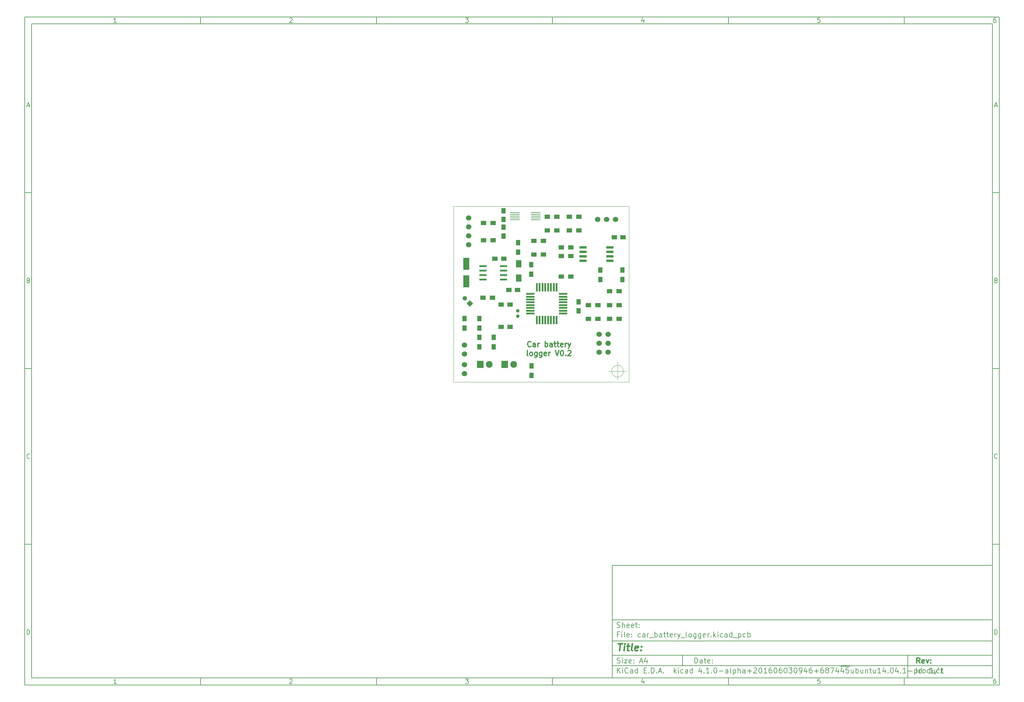
<source format=gbr>
G04 #@! TF.FileFunction,Soldermask,Top*
%FSLAX46Y46*%
G04 Gerber Fmt 4.6, Leading zero omitted, Abs format (unit mm)*
G04 Created by KiCad (PCBNEW 4.1.0-alpha+201606030946+6874~45~ubuntu14.04.1-product) date Sun Jul  3 18:53:08 2016*
%MOMM*%
%LPD*%
G01*
G04 APERTURE LIST*
%ADD10C,0.100000*%
%ADD11C,0.150000*%
%ADD12C,0.300000*%
%ADD13C,0.400000*%
%ADD14R,1.250000X1.500000*%
%ADD15R,1.500000X1.250000*%
%ADD16R,1.600000X2.000000*%
%ADD17C,1.300000*%
%ADD18C,1.524000*%
%ADD19R,1.900000X2.000000*%
%ADD20C,1.900000*%
%ADD21R,2.000000X0.650000*%
%ADD22R,2.400000X0.550000*%
%ADD23R,0.550000X2.400000*%
%ADD24R,2.000000X0.600000*%
%ADD25R,1.500000X1.300000*%
%ADD26R,1.300000X1.500000*%
%ADD27C,1.000760*%
%ADD28R,1.800860X3.500120*%
%ADD29R,2.700000X0.250000*%
G04 APERTURE END LIST*
D10*
D11*
X177002200Y-166007200D02*
X177002200Y-198007200D01*
X285002200Y-198007200D01*
X285002200Y-166007200D01*
X177002200Y-166007200D01*
D10*
D11*
X10000000Y-10000000D02*
X10000000Y-200007200D01*
X287002200Y-200007200D01*
X287002200Y-10000000D01*
X10000000Y-10000000D01*
D10*
D11*
X12000000Y-12000000D02*
X12000000Y-198007200D01*
X285002200Y-198007200D01*
X285002200Y-12000000D01*
X12000000Y-12000000D01*
D10*
D11*
X60000000Y-12000000D02*
X60000000Y-10000000D01*
D10*
D11*
X110000000Y-12000000D02*
X110000000Y-10000000D01*
D10*
D11*
X160000000Y-12000000D02*
X160000000Y-10000000D01*
D10*
D11*
X210000000Y-12000000D02*
X210000000Y-10000000D01*
D10*
D11*
X260000000Y-12000000D02*
X260000000Y-10000000D01*
D10*
D11*
X36065476Y-11588095D02*
X35322619Y-11588095D01*
X35694047Y-11588095D02*
X35694047Y-10288095D01*
X35570238Y-10473809D01*
X35446428Y-10597619D01*
X35322619Y-10659523D01*
D10*
D11*
X85322619Y-10411904D02*
X85384523Y-10350000D01*
X85508333Y-10288095D01*
X85817857Y-10288095D01*
X85941666Y-10350000D01*
X86003571Y-10411904D01*
X86065476Y-10535714D01*
X86065476Y-10659523D01*
X86003571Y-10845238D01*
X85260714Y-11588095D01*
X86065476Y-11588095D01*
D10*
D11*
X135260714Y-10288095D02*
X136065476Y-10288095D01*
X135632142Y-10783333D01*
X135817857Y-10783333D01*
X135941666Y-10845238D01*
X136003571Y-10907142D01*
X136065476Y-11030952D01*
X136065476Y-11340476D01*
X136003571Y-11464285D01*
X135941666Y-11526190D01*
X135817857Y-11588095D01*
X135446428Y-11588095D01*
X135322619Y-11526190D01*
X135260714Y-11464285D01*
D10*
D11*
X185941666Y-10721428D02*
X185941666Y-11588095D01*
X185632142Y-10226190D02*
X185322619Y-11154761D01*
X186127380Y-11154761D01*
D10*
D11*
X236003571Y-10288095D02*
X235384523Y-10288095D01*
X235322619Y-10907142D01*
X235384523Y-10845238D01*
X235508333Y-10783333D01*
X235817857Y-10783333D01*
X235941666Y-10845238D01*
X236003571Y-10907142D01*
X236065476Y-11030952D01*
X236065476Y-11340476D01*
X236003571Y-11464285D01*
X235941666Y-11526190D01*
X235817857Y-11588095D01*
X235508333Y-11588095D01*
X235384523Y-11526190D01*
X235322619Y-11464285D01*
D10*
D11*
X285941666Y-10288095D02*
X285694047Y-10288095D01*
X285570238Y-10350000D01*
X285508333Y-10411904D01*
X285384523Y-10597619D01*
X285322619Y-10845238D01*
X285322619Y-11340476D01*
X285384523Y-11464285D01*
X285446428Y-11526190D01*
X285570238Y-11588095D01*
X285817857Y-11588095D01*
X285941666Y-11526190D01*
X286003571Y-11464285D01*
X286065476Y-11340476D01*
X286065476Y-11030952D01*
X286003571Y-10907142D01*
X285941666Y-10845238D01*
X285817857Y-10783333D01*
X285570238Y-10783333D01*
X285446428Y-10845238D01*
X285384523Y-10907142D01*
X285322619Y-11030952D01*
D10*
D11*
X60000000Y-198007200D02*
X60000000Y-200007200D01*
D10*
D11*
X110000000Y-198007200D02*
X110000000Y-200007200D01*
D10*
D11*
X160000000Y-198007200D02*
X160000000Y-200007200D01*
D10*
D11*
X210000000Y-198007200D02*
X210000000Y-200007200D01*
D10*
D11*
X260000000Y-198007200D02*
X260000000Y-200007200D01*
D10*
D11*
X36065476Y-199595295D02*
X35322619Y-199595295D01*
X35694047Y-199595295D02*
X35694047Y-198295295D01*
X35570238Y-198481009D01*
X35446428Y-198604819D01*
X35322619Y-198666723D01*
D10*
D11*
X85322619Y-198419104D02*
X85384523Y-198357200D01*
X85508333Y-198295295D01*
X85817857Y-198295295D01*
X85941666Y-198357200D01*
X86003571Y-198419104D01*
X86065476Y-198542914D01*
X86065476Y-198666723D01*
X86003571Y-198852438D01*
X85260714Y-199595295D01*
X86065476Y-199595295D01*
D10*
D11*
X135260714Y-198295295D02*
X136065476Y-198295295D01*
X135632142Y-198790533D01*
X135817857Y-198790533D01*
X135941666Y-198852438D01*
X136003571Y-198914342D01*
X136065476Y-199038152D01*
X136065476Y-199347676D01*
X136003571Y-199471485D01*
X135941666Y-199533390D01*
X135817857Y-199595295D01*
X135446428Y-199595295D01*
X135322619Y-199533390D01*
X135260714Y-199471485D01*
D10*
D11*
X185941666Y-198728628D02*
X185941666Y-199595295D01*
X185632142Y-198233390D02*
X185322619Y-199161961D01*
X186127380Y-199161961D01*
D10*
D11*
X236003571Y-198295295D02*
X235384523Y-198295295D01*
X235322619Y-198914342D01*
X235384523Y-198852438D01*
X235508333Y-198790533D01*
X235817857Y-198790533D01*
X235941666Y-198852438D01*
X236003571Y-198914342D01*
X236065476Y-199038152D01*
X236065476Y-199347676D01*
X236003571Y-199471485D01*
X235941666Y-199533390D01*
X235817857Y-199595295D01*
X235508333Y-199595295D01*
X235384523Y-199533390D01*
X235322619Y-199471485D01*
D10*
D11*
X285941666Y-198295295D02*
X285694047Y-198295295D01*
X285570238Y-198357200D01*
X285508333Y-198419104D01*
X285384523Y-198604819D01*
X285322619Y-198852438D01*
X285322619Y-199347676D01*
X285384523Y-199471485D01*
X285446428Y-199533390D01*
X285570238Y-199595295D01*
X285817857Y-199595295D01*
X285941666Y-199533390D01*
X286003571Y-199471485D01*
X286065476Y-199347676D01*
X286065476Y-199038152D01*
X286003571Y-198914342D01*
X285941666Y-198852438D01*
X285817857Y-198790533D01*
X285570238Y-198790533D01*
X285446428Y-198852438D01*
X285384523Y-198914342D01*
X285322619Y-199038152D01*
D10*
D11*
X10000000Y-60000000D02*
X12000000Y-60000000D01*
D10*
D11*
X10000000Y-110000000D02*
X12000000Y-110000000D01*
D10*
D11*
X10000000Y-160000000D02*
X12000000Y-160000000D01*
D10*
D11*
X10690476Y-35216666D02*
X11309523Y-35216666D01*
X10566666Y-35588095D02*
X11000000Y-34288095D01*
X11433333Y-35588095D01*
D10*
D11*
X11092857Y-84907142D02*
X11278571Y-84969047D01*
X11340476Y-85030952D01*
X11402380Y-85154761D01*
X11402380Y-85340476D01*
X11340476Y-85464285D01*
X11278571Y-85526190D01*
X11154761Y-85588095D01*
X10659523Y-85588095D01*
X10659523Y-84288095D01*
X11092857Y-84288095D01*
X11216666Y-84350000D01*
X11278571Y-84411904D01*
X11340476Y-84535714D01*
X11340476Y-84659523D01*
X11278571Y-84783333D01*
X11216666Y-84845238D01*
X11092857Y-84907142D01*
X10659523Y-84907142D01*
D10*
D11*
X11402380Y-135464285D02*
X11340476Y-135526190D01*
X11154761Y-135588095D01*
X11030952Y-135588095D01*
X10845238Y-135526190D01*
X10721428Y-135402380D01*
X10659523Y-135278571D01*
X10597619Y-135030952D01*
X10597619Y-134845238D01*
X10659523Y-134597619D01*
X10721428Y-134473809D01*
X10845238Y-134350000D01*
X11030952Y-134288095D01*
X11154761Y-134288095D01*
X11340476Y-134350000D01*
X11402380Y-134411904D01*
D10*
D11*
X10659523Y-185588095D02*
X10659523Y-184288095D01*
X10969047Y-184288095D01*
X11154761Y-184350000D01*
X11278571Y-184473809D01*
X11340476Y-184597619D01*
X11402380Y-184845238D01*
X11402380Y-185030952D01*
X11340476Y-185278571D01*
X11278571Y-185402380D01*
X11154761Y-185526190D01*
X10969047Y-185588095D01*
X10659523Y-185588095D01*
D10*
D11*
X287002200Y-60000000D02*
X285002200Y-60000000D01*
D10*
D11*
X287002200Y-110000000D02*
X285002200Y-110000000D01*
D10*
D11*
X287002200Y-160000000D02*
X285002200Y-160000000D01*
D10*
D11*
X285692676Y-35216666D02*
X286311723Y-35216666D01*
X285568866Y-35588095D02*
X286002200Y-34288095D01*
X286435533Y-35588095D01*
D10*
D11*
X286095057Y-84907142D02*
X286280771Y-84969047D01*
X286342676Y-85030952D01*
X286404580Y-85154761D01*
X286404580Y-85340476D01*
X286342676Y-85464285D01*
X286280771Y-85526190D01*
X286156961Y-85588095D01*
X285661723Y-85588095D01*
X285661723Y-84288095D01*
X286095057Y-84288095D01*
X286218866Y-84350000D01*
X286280771Y-84411904D01*
X286342676Y-84535714D01*
X286342676Y-84659523D01*
X286280771Y-84783333D01*
X286218866Y-84845238D01*
X286095057Y-84907142D01*
X285661723Y-84907142D01*
D10*
D11*
X286404580Y-135464285D02*
X286342676Y-135526190D01*
X286156961Y-135588095D01*
X286033152Y-135588095D01*
X285847438Y-135526190D01*
X285723628Y-135402380D01*
X285661723Y-135278571D01*
X285599819Y-135030952D01*
X285599819Y-134845238D01*
X285661723Y-134597619D01*
X285723628Y-134473809D01*
X285847438Y-134350000D01*
X286033152Y-134288095D01*
X286156961Y-134288095D01*
X286342676Y-134350000D01*
X286404580Y-134411904D01*
D10*
D11*
X285661723Y-185588095D02*
X285661723Y-184288095D01*
X285971247Y-184288095D01*
X286156961Y-184350000D01*
X286280771Y-184473809D01*
X286342676Y-184597619D01*
X286404580Y-184845238D01*
X286404580Y-185030952D01*
X286342676Y-185278571D01*
X286280771Y-185402380D01*
X286156961Y-185526190D01*
X285971247Y-185588095D01*
X285661723Y-185588095D01*
D10*
D11*
X200434342Y-193785771D02*
X200434342Y-192285771D01*
X200791485Y-192285771D01*
X201005771Y-192357200D01*
X201148628Y-192500057D01*
X201220057Y-192642914D01*
X201291485Y-192928628D01*
X201291485Y-193142914D01*
X201220057Y-193428628D01*
X201148628Y-193571485D01*
X201005771Y-193714342D01*
X200791485Y-193785771D01*
X200434342Y-193785771D01*
X202577200Y-193785771D02*
X202577200Y-193000057D01*
X202505771Y-192857200D01*
X202362914Y-192785771D01*
X202077200Y-192785771D01*
X201934342Y-192857200D01*
X202577200Y-193714342D02*
X202434342Y-193785771D01*
X202077200Y-193785771D01*
X201934342Y-193714342D01*
X201862914Y-193571485D01*
X201862914Y-193428628D01*
X201934342Y-193285771D01*
X202077200Y-193214342D01*
X202434342Y-193214342D01*
X202577200Y-193142914D01*
X203077200Y-192785771D02*
X203648628Y-192785771D01*
X203291485Y-192285771D02*
X203291485Y-193571485D01*
X203362914Y-193714342D01*
X203505771Y-193785771D01*
X203648628Y-193785771D01*
X204720057Y-193714342D02*
X204577200Y-193785771D01*
X204291485Y-193785771D01*
X204148628Y-193714342D01*
X204077200Y-193571485D01*
X204077200Y-193000057D01*
X204148628Y-192857200D01*
X204291485Y-192785771D01*
X204577200Y-192785771D01*
X204720057Y-192857200D01*
X204791485Y-193000057D01*
X204791485Y-193142914D01*
X204077200Y-193285771D01*
X205434342Y-193642914D02*
X205505771Y-193714342D01*
X205434342Y-193785771D01*
X205362914Y-193714342D01*
X205434342Y-193642914D01*
X205434342Y-193785771D01*
X205434342Y-192857200D02*
X205505771Y-192928628D01*
X205434342Y-193000057D01*
X205362914Y-192928628D01*
X205434342Y-192857200D01*
X205434342Y-193000057D01*
D10*
D11*
X177002200Y-194507200D02*
X285002200Y-194507200D01*
D10*
D11*
X178434342Y-196585771D02*
X178434342Y-195085771D01*
X179291485Y-196585771D02*
X178648628Y-195728628D01*
X179291485Y-195085771D02*
X178434342Y-195942914D01*
X179934342Y-196585771D02*
X179934342Y-195585771D01*
X179934342Y-195085771D02*
X179862914Y-195157200D01*
X179934342Y-195228628D01*
X180005771Y-195157200D01*
X179934342Y-195085771D01*
X179934342Y-195228628D01*
X181505771Y-196442914D02*
X181434342Y-196514342D01*
X181220057Y-196585771D01*
X181077200Y-196585771D01*
X180862914Y-196514342D01*
X180720057Y-196371485D01*
X180648628Y-196228628D01*
X180577200Y-195942914D01*
X180577200Y-195728628D01*
X180648628Y-195442914D01*
X180720057Y-195300057D01*
X180862914Y-195157200D01*
X181077200Y-195085771D01*
X181220057Y-195085771D01*
X181434342Y-195157200D01*
X181505771Y-195228628D01*
X182791485Y-196585771D02*
X182791485Y-195800057D01*
X182720057Y-195657200D01*
X182577200Y-195585771D01*
X182291485Y-195585771D01*
X182148628Y-195657200D01*
X182791485Y-196514342D02*
X182648628Y-196585771D01*
X182291485Y-196585771D01*
X182148628Y-196514342D01*
X182077200Y-196371485D01*
X182077200Y-196228628D01*
X182148628Y-196085771D01*
X182291485Y-196014342D01*
X182648628Y-196014342D01*
X182791485Y-195942914D01*
X184148628Y-196585771D02*
X184148628Y-195085771D01*
X184148628Y-196514342D02*
X184005771Y-196585771D01*
X183720057Y-196585771D01*
X183577200Y-196514342D01*
X183505771Y-196442914D01*
X183434342Y-196300057D01*
X183434342Y-195871485D01*
X183505771Y-195728628D01*
X183577200Y-195657200D01*
X183720057Y-195585771D01*
X184005771Y-195585771D01*
X184148628Y-195657200D01*
X186005771Y-195800057D02*
X186505771Y-195800057D01*
X186720057Y-196585771D02*
X186005771Y-196585771D01*
X186005771Y-195085771D01*
X186720057Y-195085771D01*
X187362914Y-196442914D02*
X187434342Y-196514342D01*
X187362914Y-196585771D01*
X187291485Y-196514342D01*
X187362914Y-196442914D01*
X187362914Y-196585771D01*
X188077200Y-196585771D02*
X188077200Y-195085771D01*
X188434342Y-195085771D01*
X188648628Y-195157200D01*
X188791485Y-195300057D01*
X188862914Y-195442914D01*
X188934342Y-195728628D01*
X188934342Y-195942914D01*
X188862914Y-196228628D01*
X188791485Y-196371485D01*
X188648628Y-196514342D01*
X188434342Y-196585771D01*
X188077200Y-196585771D01*
X189577200Y-196442914D02*
X189648628Y-196514342D01*
X189577200Y-196585771D01*
X189505771Y-196514342D01*
X189577200Y-196442914D01*
X189577200Y-196585771D01*
X190220057Y-196157200D02*
X190934342Y-196157200D01*
X190077200Y-196585771D02*
X190577200Y-195085771D01*
X191077200Y-196585771D01*
X191577200Y-196442914D02*
X191648628Y-196514342D01*
X191577200Y-196585771D01*
X191505771Y-196514342D01*
X191577200Y-196442914D01*
X191577200Y-196585771D01*
X194577200Y-196585771D02*
X194577200Y-195085771D01*
X194720057Y-196014342D02*
X195148628Y-196585771D01*
X195148628Y-195585771D02*
X194577200Y-196157200D01*
X195791485Y-196585771D02*
X195791485Y-195585771D01*
X195791485Y-195085771D02*
X195720057Y-195157200D01*
X195791485Y-195228628D01*
X195862914Y-195157200D01*
X195791485Y-195085771D01*
X195791485Y-195228628D01*
X197148628Y-196514342D02*
X197005771Y-196585771D01*
X196720057Y-196585771D01*
X196577200Y-196514342D01*
X196505771Y-196442914D01*
X196434342Y-196300057D01*
X196434342Y-195871485D01*
X196505771Y-195728628D01*
X196577200Y-195657200D01*
X196720057Y-195585771D01*
X197005771Y-195585771D01*
X197148628Y-195657200D01*
X198434342Y-196585771D02*
X198434342Y-195800057D01*
X198362914Y-195657200D01*
X198220057Y-195585771D01*
X197934342Y-195585771D01*
X197791485Y-195657200D01*
X198434342Y-196514342D02*
X198291485Y-196585771D01*
X197934342Y-196585771D01*
X197791485Y-196514342D01*
X197720057Y-196371485D01*
X197720057Y-196228628D01*
X197791485Y-196085771D01*
X197934342Y-196014342D01*
X198291485Y-196014342D01*
X198434342Y-195942914D01*
X199791485Y-196585771D02*
X199791485Y-195085771D01*
X199791485Y-196514342D02*
X199648628Y-196585771D01*
X199362914Y-196585771D01*
X199220057Y-196514342D01*
X199148628Y-196442914D01*
X199077200Y-196300057D01*
X199077200Y-195871485D01*
X199148628Y-195728628D01*
X199220057Y-195657200D01*
X199362914Y-195585771D01*
X199648628Y-195585771D01*
X199791485Y-195657200D01*
X202291485Y-195585771D02*
X202291485Y-196585771D01*
X201934342Y-195014342D02*
X201577200Y-196085771D01*
X202505771Y-196085771D01*
X203077200Y-196442914D02*
X203148628Y-196514342D01*
X203077200Y-196585771D01*
X203005771Y-196514342D01*
X203077200Y-196442914D01*
X203077200Y-196585771D01*
X204577200Y-196585771D02*
X203720057Y-196585771D01*
X204148628Y-196585771D02*
X204148628Y-195085771D01*
X204005771Y-195300057D01*
X203862914Y-195442914D01*
X203720057Y-195514342D01*
X205220057Y-196442914D02*
X205291485Y-196514342D01*
X205220057Y-196585771D01*
X205148628Y-196514342D01*
X205220057Y-196442914D01*
X205220057Y-196585771D01*
X206220057Y-195085771D02*
X206362914Y-195085771D01*
X206505771Y-195157200D01*
X206577200Y-195228628D01*
X206648628Y-195371485D01*
X206720057Y-195657200D01*
X206720057Y-196014342D01*
X206648628Y-196300057D01*
X206577200Y-196442914D01*
X206505771Y-196514342D01*
X206362914Y-196585771D01*
X206220057Y-196585771D01*
X206077200Y-196514342D01*
X206005771Y-196442914D01*
X205934342Y-196300057D01*
X205862914Y-196014342D01*
X205862914Y-195657200D01*
X205934342Y-195371485D01*
X206005771Y-195228628D01*
X206077200Y-195157200D01*
X206220057Y-195085771D01*
X207362914Y-196014342D02*
X208505771Y-196014342D01*
X209862914Y-196585771D02*
X209862914Y-195800057D01*
X209791485Y-195657200D01*
X209648628Y-195585771D01*
X209362914Y-195585771D01*
X209220057Y-195657200D01*
X209862914Y-196514342D02*
X209720057Y-196585771D01*
X209362914Y-196585771D01*
X209220057Y-196514342D01*
X209148628Y-196371485D01*
X209148628Y-196228628D01*
X209220057Y-196085771D01*
X209362914Y-196014342D01*
X209720057Y-196014342D01*
X209862914Y-195942914D01*
X210791485Y-196585771D02*
X210648628Y-196514342D01*
X210577200Y-196371485D01*
X210577200Y-195085771D01*
X211362914Y-195585771D02*
X211362914Y-197085771D01*
X211362914Y-195657200D02*
X211505771Y-195585771D01*
X211791485Y-195585771D01*
X211934342Y-195657200D01*
X212005771Y-195728628D01*
X212077200Y-195871485D01*
X212077200Y-196300057D01*
X212005771Y-196442914D01*
X211934342Y-196514342D01*
X211791485Y-196585771D01*
X211505771Y-196585771D01*
X211362914Y-196514342D01*
X212720057Y-196585771D02*
X212720057Y-195085771D01*
X213362914Y-196585771D02*
X213362914Y-195800057D01*
X213291485Y-195657200D01*
X213148628Y-195585771D01*
X212934342Y-195585771D01*
X212791485Y-195657200D01*
X212720057Y-195728628D01*
X214720057Y-196585771D02*
X214720057Y-195800057D01*
X214648628Y-195657200D01*
X214505771Y-195585771D01*
X214220057Y-195585771D01*
X214077200Y-195657200D01*
X214720057Y-196514342D02*
X214577200Y-196585771D01*
X214220057Y-196585771D01*
X214077200Y-196514342D01*
X214005771Y-196371485D01*
X214005771Y-196228628D01*
X214077200Y-196085771D01*
X214220057Y-196014342D01*
X214577200Y-196014342D01*
X214720057Y-195942914D01*
X215434342Y-196014342D02*
X216577200Y-196014342D01*
X216005771Y-196585771D02*
X216005771Y-195442914D01*
X217220057Y-195228628D02*
X217291485Y-195157200D01*
X217434342Y-195085771D01*
X217791485Y-195085771D01*
X217934342Y-195157200D01*
X218005771Y-195228628D01*
X218077200Y-195371485D01*
X218077200Y-195514342D01*
X218005771Y-195728628D01*
X217148628Y-196585771D01*
X218077200Y-196585771D01*
X219005771Y-195085771D02*
X219148628Y-195085771D01*
X219291485Y-195157200D01*
X219362914Y-195228628D01*
X219434342Y-195371485D01*
X219505771Y-195657200D01*
X219505771Y-196014342D01*
X219434342Y-196300057D01*
X219362914Y-196442914D01*
X219291485Y-196514342D01*
X219148628Y-196585771D01*
X219005771Y-196585771D01*
X218862914Y-196514342D01*
X218791485Y-196442914D01*
X218720057Y-196300057D01*
X218648628Y-196014342D01*
X218648628Y-195657200D01*
X218720057Y-195371485D01*
X218791485Y-195228628D01*
X218862914Y-195157200D01*
X219005771Y-195085771D01*
X220934342Y-196585771D02*
X220077200Y-196585771D01*
X220505771Y-196585771D02*
X220505771Y-195085771D01*
X220362914Y-195300057D01*
X220220057Y-195442914D01*
X220077200Y-195514342D01*
X222220057Y-195085771D02*
X221934342Y-195085771D01*
X221791485Y-195157200D01*
X221720057Y-195228628D01*
X221577200Y-195442914D01*
X221505771Y-195728628D01*
X221505771Y-196300057D01*
X221577200Y-196442914D01*
X221648628Y-196514342D01*
X221791485Y-196585771D01*
X222077200Y-196585771D01*
X222220057Y-196514342D01*
X222291485Y-196442914D01*
X222362914Y-196300057D01*
X222362914Y-195942914D01*
X222291485Y-195800057D01*
X222220057Y-195728628D01*
X222077200Y-195657200D01*
X221791485Y-195657200D01*
X221648628Y-195728628D01*
X221577200Y-195800057D01*
X221505771Y-195942914D01*
X223291485Y-195085771D02*
X223434342Y-195085771D01*
X223577200Y-195157200D01*
X223648628Y-195228628D01*
X223720057Y-195371485D01*
X223791485Y-195657200D01*
X223791485Y-196014342D01*
X223720057Y-196300057D01*
X223648628Y-196442914D01*
X223577200Y-196514342D01*
X223434342Y-196585771D01*
X223291485Y-196585771D01*
X223148628Y-196514342D01*
X223077200Y-196442914D01*
X223005771Y-196300057D01*
X222934342Y-196014342D01*
X222934342Y-195657200D01*
X223005771Y-195371485D01*
X223077200Y-195228628D01*
X223148628Y-195157200D01*
X223291485Y-195085771D01*
X225077200Y-195085771D02*
X224791485Y-195085771D01*
X224648628Y-195157200D01*
X224577200Y-195228628D01*
X224434342Y-195442914D01*
X224362914Y-195728628D01*
X224362914Y-196300057D01*
X224434342Y-196442914D01*
X224505771Y-196514342D01*
X224648628Y-196585771D01*
X224934342Y-196585771D01*
X225077200Y-196514342D01*
X225148628Y-196442914D01*
X225220057Y-196300057D01*
X225220057Y-195942914D01*
X225148628Y-195800057D01*
X225077200Y-195728628D01*
X224934342Y-195657200D01*
X224648628Y-195657200D01*
X224505771Y-195728628D01*
X224434342Y-195800057D01*
X224362914Y-195942914D01*
X226148628Y-195085771D02*
X226291485Y-195085771D01*
X226434342Y-195157200D01*
X226505771Y-195228628D01*
X226577200Y-195371485D01*
X226648628Y-195657200D01*
X226648628Y-196014342D01*
X226577200Y-196300057D01*
X226505771Y-196442914D01*
X226434342Y-196514342D01*
X226291485Y-196585771D01*
X226148628Y-196585771D01*
X226005771Y-196514342D01*
X225934342Y-196442914D01*
X225862914Y-196300057D01*
X225791485Y-196014342D01*
X225791485Y-195657200D01*
X225862914Y-195371485D01*
X225934342Y-195228628D01*
X226005771Y-195157200D01*
X226148628Y-195085771D01*
X227148628Y-195085771D02*
X228077200Y-195085771D01*
X227577200Y-195657200D01*
X227791485Y-195657200D01*
X227934342Y-195728628D01*
X228005771Y-195800057D01*
X228077200Y-195942914D01*
X228077200Y-196300057D01*
X228005771Y-196442914D01*
X227934342Y-196514342D01*
X227791485Y-196585771D01*
X227362914Y-196585771D01*
X227220057Y-196514342D01*
X227148628Y-196442914D01*
X229005771Y-195085771D02*
X229148628Y-195085771D01*
X229291485Y-195157200D01*
X229362914Y-195228628D01*
X229434342Y-195371485D01*
X229505771Y-195657200D01*
X229505771Y-196014342D01*
X229434342Y-196300057D01*
X229362914Y-196442914D01*
X229291485Y-196514342D01*
X229148628Y-196585771D01*
X229005771Y-196585771D01*
X228862914Y-196514342D01*
X228791485Y-196442914D01*
X228720057Y-196300057D01*
X228648628Y-196014342D01*
X228648628Y-195657200D01*
X228720057Y-195371485D01*
X228791485Y-195228628D01*
X228862914Y-195157200D01*
X229005771Y-195085771D01*
X230220057Y-196585771D02*
X230505771Y-196585771D01*
X230648628Y-196514342D01*
X230720057Y-196442914D01*
X230862914Y-196228628D01*
X230934342Y-195942914D01*
X230934342Y-195371485D01*
X230862914Y-195228628D01*
X230791485Y-195157200D01*
X230648628Y-195085771D01*
X230362914Y-195085771D01*
X230220057Y-195157200D01*
X230148628Y-195228628D01*
X230077199Y-195371485D01*
X230077199Y-195728628D01*
X230148628Y-195871485D01*
X230220057Y-195942914D01*
X230362914Y-196014342D01*
X230648628Y-196014342D01*
X230791485Y-195942914D01*
X230862914Y-195871485D01*
X230934342Y-195728628D01*
X232220057Y-195585771D02*
X232220057Y-196585771D01*
X231862914Y-195014342D02*
X231505771Y-196085771D01*
X232434342Y-196085771D01*
X233648628Y-195085771D02*
X233362914Y-195085771D01*
X233220057Y-195157200D01*
X233148628Y-195228628D01*
X233005771Y-195442914D01*
X232934342Y-195728628D01*
X232934342Y-196300057D01*
X233005771Y-196442914D01*
X233077199Y-196514342D01*
X233220057Y-196585771D01*
X233505771Y-196585771D01*
X233648628Y-196514342D01*
X233720057Y-196442914D01*
X233791485Y-196300057D01*
X233791485Y-195942914D01*
X233720057Y-195800057D01*
X233648628Y-195728628D01*
X233505771Y-195657200D01*
X233220057Y-195657200D01*
X233077199Y-195728628D01*
X233005771Y-195800057D01*
X232934342Y-195942914D01*
X234434342Y-196014342D02*
X235577199Y-196014342D01*
X235005771Y-196585771D02*
X235005771Y-195442914D01*
X236934342Y-195085771D02*
X236648628Y-195085771D01*
X236505771Y-195157200D01*
X236434342Y-195228628D01*
X236291485Y-195442914D01*
X236220057Y-195728628D01*
X236220057Y-196300057D01*
X236291485Y-196442914D01*
X236362914Y-196514342D01*
X236505771Y-196585771D01*
X236791485Y-196585771D01*
X236934342Y-196514342D01*
X237005771Y-196442914D01*
X237077199Y-196300057D01*
X237077199Y-195942914D01*
X237005771Y-195800057D01*
X236934342Y-195728628D01*
X236791485Y-195657200D01*
X236505771Y-195657200D01*
X236362914Y-195728628D01*
X236291485Y-195800057D01*
X236220057Y-195942914D01*
X237934342Y-195728628D02*
X237791485Y-195657200D01*
X237720057Y-195585771D01*
X237648628Y-195442914D01*
X237648628Y-195371485D01*
X237720057Y-195228628D01*
X237791485Y-195157200D01*
X237934342Y-195085771D01*
X238220057Y-195085771D01*
X238362914Y-195157200D01*
X238434342Y-195228628D01*
X238505771Y-195371485D01*
X238505771Y-195442914D01*
X238434342Y-195585771D01*
X238362914Y-195657200D01*
X238220057Y-195728628D01*
X237934342Y-195728628D01*
X237791485Y-195800057D01*
X237720057Y-195871485D01*
X237648628Y-196014342D01*
X237648628Y-196300057D01*
X237720057Y-196442914D01*
X237791485Y-196514342D01*
X237934342Y-196585771D01*
X238220057Y-196585771D01*
X238362914Y-196514342D01*
X238434342Y-196442914D01*
X238505771Y-196300057D01*
X238505771Y-196014342D01*
X238434342Y-195871485D01*
X238362914Y-195800057D01*
X238220057Y-195728628D01*
X239005771Y-195085771D02*
X240005771Y-195085771D01*
X239362914Y-196585771D01*
X241220057Y-195585771D02*
X241220057Y-196585771D01*
X240862914Y-195014342D02*
X240505771Y-196085771D01*
X241434342Y-196085771D01*
X241896128Y-194677200D02*
X243077199Y-194677200D01*
X242648628Y-195585771D02*
X242648628Y-196585771D01*
X242291485Y-195014342D02*
X241934342Y-196085771D01*
X242862914Y-196085771D01*
X243077199Y-194677200D02*
X244505771Y-194677200D01*
X244148628Y-195085771D02*
X243434342Y-195085771D01*
X243362914Y-195800057D01*
X243434342Y-195728628D01*
X243577199Y-195657200D01*
X243934342Y-195657200D01*
X244077199Y-195728628D01*
X244148628Y-195800057D01*
X244220057Y-195942914D01*
X244220057Y-196300057D01*
X244148628Y-196442914D01*
X244077199Y-196514342D01*
X243934342Y-196585771D01*
X243577199Y-196585771D01*
X243434342Y-196514342D01*
X243362914Y-196442914D01*
X245505771Y-195585771D02*
X245505771Y-196585771D01*
X244862914Y-195585771D02*
X244862914Y-196371485D01*
X244934342Y-196514342D01*
X245077199Y-196585771D01*
X245291485Y-196585771D01*
X245434342Y-196514342D01*
X245505771Y-196442914D01*
X246220057Y-196585771D02*
X246220057Y-195085771D01*
X246220057Y-195657200D02*
X246362914Y-195585771D01*
X246648628Y-195585771D01*
X246791485Y-195657200D01*
X246862914Y-195728628D01*
X246934342Y-195871485D01*
X246934342Y-196300057D01*
X246862914Y-196442914D01*
X246791485Y-196514342D01*
X246648628Y-196585771D01*
X246362914Y-196585771D01*
X246220057Y-196514342D01*
X248220057Y-195585771D02*
X248220057Y-196585771D01*
X247577199Y-195585771D02*
X247577199Y-196371485D01*
X247648628Y-196514342D01*
X247791485Y-196585771D01*
X248005771Y-196585771D01*
X248148628Y-196514342D01*
X248220057Y-196442914D01*
X248934342Y-195585771D02*
X248934342Y-196585771D01*
X248934342Y-195728628D02*
X249005771Y-195657200D01*
X249148628Y-195585771D01*
X249362914Y-195585771D01*
X249505771Y-195657200D01*
X249577199Y-195800057D01*
X249577199Y-196585771D01*
X250077199Y-195585771D02*
X250648628Y-195585771D01*
X250291485Y-195085771D02*
X250291485Y-196371485D01*
X250362914Y-196514342D01*
X250505771Y-196585771D01*
X250648628Y-196585771D01*
X251791485Y-195585771D02*
X251791485Y-196585771D01*
X251148628Y-195585771D02*
X251148628Y-196371485D01*
X251220057Y-196514342D01*
X251362914Y-196585771D01*
X251577199Y-196585771D01*
X251720057Y-196514342D01*
X251791485Y-196442914D01*
X253291485Y-196585771D02*
X252434342Y-196585771D01*
X252862914Y-196585771D02*
X252862914Y-195085771D01*
X252720057Y-195300057D01*
X252577199Y-195442914D01*
X252434342Y-195514342D01*
X254577199Y-195585771D02*
X254577199Y-196585771D01*
X254220057Y-195014342D02*
X253862914Y-196085771D01*
X254791485Y-196085771D01*
X255362914Y-196442914D02*
X255434342Y-196514342D01*
X255362914Y-196585771D01*
X255291485Y-196514342D01*
X255362914Y-196442914D01*
X255362914Y-196585771D01*
X256362914Y-195085771D02*
X256505771Y-195085771D01*
X256648628Y-195157200D01*
X256720057Y-195228628D01*
X256791485Y-195371485D01*
X256862914Y-195657200D01*
X256862914Y-196014342D01*
X256791485Y-196300057D01*
X256720057Y-196442914D01*
X256648628Y-196514342D01*
X256505771Y-196585771D01*
X256362914Y-196585771D01*
X256220057Y-196514342D01*
X256148628Y-196442914D01*
X256077199Y-196300057D01*
X256005771Y-196014342D01*
X256005771Y-195657200D01*
X256077199Y-195371485D01*
X256148628Y-195228628D01*
X256220057Y-195157200D01*
X256362914Y-195085771D01*
X258148628Y-195585771D02*
X258148628Y-196585771D01*
X257791485Y-195014342D02*
X257434342Y-196085771D01*
X258362914Y-196085771D01*
X258934342Y-196442914D02*
X259005771Y-196514342D01*
X258934342Y-196585771D01*
X258862914Y-196514342D01*
X258934342Y-196442914D01*
X258934342Y-196585771D01*
X260434342Y-196585771D02*
X259577199Y-196585771D01*
X260005771Y-196585771D02*
X260005771Y-195085771D01*
X259862914Y-195300057D01*
X259720057Y-195442914D01*
X259577199Y-195514342D01*
X261077199Y-196014342D02*
X262220057Y-196014342D01*
X262934342Y-195585771D02*
X262934342Y-197085771D01*
X262934342Y-195657200D02*
X263077199Y-195585771D01*
X263362914Y-195585771D01*
X263505771Y-195657200D01*
X263577199Y-195728628D01*
X263648628Y-195871485D01*
X263648628Y-196300057D01*
X263577199Y-196442914D01*
X263505771Y-196514342D01*
X263362914Y-196585771D01*
X263077199Y-196585771D01*
X262934342Y-196514342D01*
X264291485Y-196585771D02*
X264291485Y-195585771D01*
X264291485Y-195871485D02*
X264362914Y-195728628D01*
X264434342Y-195657200D01*
X264577199Y-195585771D01*
X264720057Y-195585771D01*
X265434342Y-196585771D02*
X265291485Y-196514342D01*
X265220057Y-196442914D01*
X265148628Y-196300057D01*
X265148628Y-195871485D01*
X265220057Y-195728628D01*
X265291485Y-195657200D01*
X265434342Y-195585771D01*
X265648628Y-195585771D01*
X265791485Y-195657200D01*
X265862914Y-195728628D01*
X265934342Y-195871485D01*
X265934342Y-196300057D01*
X265862914Y-196442914D01*
X265791485Y-196514342D01*
X265648628Y-196585771D01*
X265434342Y-196585771D01*
X267220057Y-196585771D02*
X267220057Y-195085771D01*
X267220057Y-196514342D02*
X267077199Y-196585771D01*
X266791485Y-196585771D01*
X266648628Y-196514342D01*
X266577199Y-196442914D01*
X266505771Y-196300057D01*
X266505771Y-195871485D01*
X266577199Y-195728628D01*
X266648628Y-195657200D01*
X266791485Y-195585771D01*
X267077199Y-195585771D01*
X267220057Y-195657200D01*
X268577199Y-195585771D02*
X268577199Y-196585771D01*
X267934342Y-195585771D02*
X267934342Y-196371485D01*
X268005771Y-196514342D01*
X268148628Y-196585771D01*
X268362914Y-196585771D01*
X268505771Y-196514342D01*
X268577199Y-196442914D01*
X269934342Y-196514342D02*
X269791485Y-196585771D01*
X269505771Y-196585771D01*
X269362914Y-196514342D01*
X269291485Y-196442914D01*
X269220057Y-196300057D01*
X269220057Y-195871485D01*
X269291485Y-195728628D01*
X269362914Y-195657200D01*
X269505771Y-195585771D01*
X269791485Y-195585771D01*
X269934342Y-195657200D01*
X270362914Y-195585771D02*
X270934342Y-195585771D01*
X270577199Y-195085771D02*
X270577199Y-196371485D01*
X270648628Y-196514342D01*
X270791485Y-196585771D01*
X270934342Y-196585771D01*
D10*
D11*
X177002200Y-191507200D02*
X285002200Y-191507200D01*
D10*
D12*
X264411485Y-193785771D02*
X263911485Y-193071485D01*
X263554342Y-193785771D02*
X263554342Y-192285771D01*
X264125771Y-192285771D01*
X264268628Y-192357200D01*
X264340057Y-192428628D01*
X264411485Y-192571485D01*
X264411485Y-192785771D01*
X264340057Y-192928628D01*
X264268628Y-193000057D01*
X264125771Y-193071485D01*
X263554342Y-193071485D01*
X265625771Y-193714342D02*
X265482914Y-193785771D01*
X265197200Y-193785771D01*
X265054342Y-193714342D01*
X264982914Y-193571485D01*
X264982914Y-193000057D01*
X265054342Y-192857200D01*
X265197200Y-192785771D01*
X265482914Y-192785771D01*
X265625771Y-192857200D01*
X265697200Y-193000057D01*
X265697200Y-193142914D01*
X264982914Y-193285771D01*
X266197200Y-192785771D02*
X266554342Y-193785771D01*
X266911485Y-192785771D01*
X267482914Y-193642914D02*
X267554342Y-193714342D01*
X267482914Y-193785771D01*
X267411485Y-193714342D01*
X267482914Y-193642914D01*
X267482914Y-193785771D01*
X267482914Y-192857200D02*
X267554342Y-192928628D01*
X267482914Y-193000057D01*
X267411485Y-192928628D01*
X267482914Y-192857200D01*
X267482914Y-193000057D01*
D10*
D11*
X178362914Y-193714342D02*
X178577200Y-193785771D01*
X178934342Y-193785771D01*
X179077200Y-193714342D01*
X179148628Y-193642914D01*
X179220057Y-193500057D01*
X179220057Y-193357200D01*
X179148628Y-193214342D01*
X179077200Y-193142914D01*
X178934342Y-193071485D01*
X178648628Y-193000057D01*
X178505771Y-192928628D01*
X178434342Y-192857200D01*
X178362914Y-192714342D01*
X178362914Y-192571485D01*
X178434342Y-192428628D01*
X178505771Y-192357200D01*
X178648628Y-192285771D01*
X179005771Y-192285771D01*
X179220057Y-192357200D01*
X179862914Y-193785771D02*
X179862914Y-192785771D01*
X179862914Y-192285771D02*
X179791485Y-192357200D01*
X179862914Y-192428628D01*
X179934342Y-192357200D01*
X179862914Y-192285771D01*
X179862914Y-192428628D01*
X180434342Y-192785771D02*
X181220057Y-192785771D01*
X180434342Y-193785771D01*
X181220057Y-193785771D01*
X182362914Y-193714342D02*
X182220057Y-193785771D01*
X181934342Y-193785771D01*
X181791485Y-193714342D01*
X181720057Y-193571485D01*
X181720057Y-193000057D01*
X181791485Y-192857200D01*
X181934342Y-192785771D01*
X182220057Y-192785771D01*
X182362914Y-192857200D01*
X182434342Y-193000057D01*
X182434342Y-193142914D01*
X181720057Y-193285771D01*
X183077200Y-193642914D02*
X183148628Y-193714342D01*
X183077200Y-193785771D01*
X183005771Y-193714342D01*
X183077200Y-193642914D01*
X183077200Y-193785771D01*
X183077200Y-192857200D02*
X183148628Y-192928628D01*
X183077200Y-193000057D01*
X183005771Y-192928628D01*
X183077200Y-192857200D01*
X183077200Y-193000057D01*
X184862914Y-193357200D02*
X185577200Y-193357200D01*
X184720057Y-193785771D02*
X185220057Y-192285771D01*
X185720057Y-193785771D01*
X186862914Y-192785771D02*
X186862914Y-193785771D01*
X186505771Y-192214342D02*
X186148628Y-193285771D01*
X187077200Y-193285771D01*
D10*
D11*
X263434342Y-196585771D02*
X263434342Y-195085771D01*
X264791485Y-196585771D02*
X264791485Y-195085771D01*
X264791485Y-196514342D02*
X264648628Y-196585771D01*
X264362914Y-196585771D01*
X264220057Y-196514342D01*
X264148628Y-196442914D01*
X264077200Y-196300057D01*
X264077200Y-195871485D01*
X264148628Y-195728628D01*
X264220057Y-195657200D01*
X264362914Y-195585771D01*
X264648628Y-195585771D01*
X264791485Y-195657200D01*
X265505771Y-196442914D02*
X265577200Y-196514342D01*
X265505771Y-196585771D01*
X265434342Y-196514342D01*
X265505771Y-196442914D01*
X265505771Y-196585771D01*
X265505771Y-195657200D02*
X265577200Y-195728628D01*
X265505771Y-195800057D01*
X265434342Y-195728628D01*
X265505771Y-195657200D01*
X265505771Y-195800057D01*
X268148628Y-196585771D02*
X267291485Y-196585771D01*
X267720057Y-196585771D02*
X267720057Y-195085771D01*
X267577200Y-195300057D01*
X267434342Y-195442914D01*
X267291485Y-195514342D01*
X269862914Y-195014342D02*
X268577200Y-196942914D01*
X271148628Y-196585771D02*
X270291485Y-196585771D01*
X270720057Y-196585771D02*
X270720057Y-195085771D01*
X270577200Y-195300057D01*
X270434342Y-195442914D01*
X270291485Y-195514342D01*
D10*
D11*
X177002200Y-187507200D02*
X285002200Y-187507200D01*
D10*
D13*
X178714580Y-188211961D02*
X179857438Y-188211961D01*
X179036009Y-190211961D02*
X179286009Y-188211961D01*
X180274104Y-190211961D02*
X180440771Y-188878628D01*
X180524104Y-188211961D02*
X180416961Y-188307200D01*
X180500295Y-188402438D01*
X180607438Y-188307200D01*
X180524104Y-188211961D01*
X180500295Y-188402438D01*
X181107438Y-188878628D02*
X181869342Y-188878628D01*
X181476485Y-188211961D02*
X181262200Y-189926247D01*
X181333628Y-190116723D01*
X181512200Y-190211961D01*
X181702676Y-190211961D01*
X182655057Y-190211961D02*
X182476485Y-190116723D01*
X182405057Y-189926247D01*
X182619342Y-188211961D01*
X184190771Y-190116723D02*
X183988390Y-190211961D01*
X183607438Y-190211961D01*
X183428866Y-190116723D01*
X183357438Y-189926247D01*
X183452676Y-189164342D01*
X183571723Y-188973866D01*
X183774104Y-188878628D01*
X184155057Y-188878628D01*
X184333628Y-188973866D01*
X184405057Y-189164342D01*
X184381247Y-189354819D01*
X183405057Y-189545295D01*
X185155057Y-190021485D02*
X185238390Y-190116723D01*
X185131247Y-190211961D01*
X185047914Y-190116723D01*
X185155057Y-190021485D01*
X185131247Y-190211961D01*
X185286009Y-188973866D02*
X185369342Y-189069104D01*
X185262200Y-189164342D01*
X185178866Y-189069104D01*
X185286009Y-188973866D01*
X185262200Y-189164342D01*
D10*
D11*
X178934342Y-185600057D02*
X178434342Y-185600057D01*
X178434342Y-186385771D02*
X178434342Y-184885771D01*
X179148628Y-184885771D01*
X179720057Y-186385771D02*
X179720057Y-185385771D01*
X179720057Y-184885771D02*
X179648628Y-184957200D01*
X179720057Y-185028628D01*
X179791485Y-184957200D01*
X179720057Y-184885771D01*
X179720057Y-185028628D01*
X180648628Y-186385771D02*
X180505771Y-186314342D01*
X180434342Y-186171485D01*
X180434342Y-184885771D01*
X181791485Y-186314342D02*
X181648628Y-186385771D01*
X181362914Y-186385771D01*
X181220057Y-186314342D01*
X181148628Y-186171485D01*
X181148628Y-185600057D01*
X181220057Y-185457200D01*
X181362914Y-185385771D01*
X181648628Y-185385771D01*
X181791485Y-185457200D01*
X181862914Y-185600057D01*
X181862914Y-185742914D01*
X181148628Y-185885771D01*
X182505771Y-186242914D02*
X182577200Y-186314342D01*
X182505771Y-186385771D01*
X182434342Y-186314342D01*
X182505771Y-186242914D01*
X182505771Y-186385771D01*
X182505771Y-185457200D02*
X182577200Y-185528628D01*
X182505771Y-185600057D01*
X182434342Y-185528628D01*
X182505771Y-185457200D01*
X182505771Y-185600057D01*
X185005771Y-186314342D02*
X184862914Y-186385771D01*
X184577200Y-186385771D01*
X184434342Y-186314342D01*
X184362914Y-186242914D01*
X184291485Y-186100057D01*
X184291485Y-185671485D01*
X184362914Y-185528628D01*
X184434342Y-185457200D01*
X184577200Y-185385771D01*
X184862914Y-185385771D01*
X185005771Y-185457200D01*
X186291485Y-186385771D02*
X186291485Y-185600057D01*
X186220057Y-185457200D01*
X186077200Y-185385771D01*
X185791485Y-185385771D01*
X185648628Y-185457200D01*
X186291485Y-186314342D02*
X186148628Y-186385771D01*
X185791485Y-186385771D01*
X185648628Y-186314342D01*
X185577200Y-186171485D01*
X185577200Y-186028628D01*
X185648628Y-185885771D01*
X185791485Y-185814342D01*
X186148628Y-185814342D01*
X186291485Y-185742914D01*
X187005771Y-186385771D02*
X187005771Y-185385771D01*
X187005771Y-185671485D02*
X187077200Y-185528628D01*
X187148628Y-185457200D01*
X187291485Y-185385771D01*
X187434342Y-185385771D01*
X187577200Y-186528628D02*
X188720057Y-186528628D01*
X189077200Y-186385771D02*
X189077200Y-184885771D01*
X189077200Y-185457200D02*
X189220057Y-185385771D01*
X189505771Y-185385771D01*
X189648628Y-185457200D01*
X189720057Y-185528628D01*
X189791485Y-185671485D01*
X189791485Y-186100057D01*
X189720057Y-186242914D01*
X189648628Y-186314342D01*
X189505771Y-186385771D01*
X189220057Y-186385771D01*
X189077200Y-186314342D01*
X191077200Y-186385771D02*
X191077200Y-185600057D01*
X191005771Y-185457200D01*
X190862914Y-185385771D01*
X190577200Y-185385771D01*
X190434342Y-185457200D01*
X191077200Y-186314342D02*
X190934342Y-186385771D01*
X190577200Y-186385771D01*
X190434342Y-186314342D01*
X190362914Y-186171485D01*
X190362914Y-186028628D01*
X190434342Y-185885771D01*
X190577200Y-185814342D01*
X190934342Y-185814342D01*
X191077200Y-185742914D01*
X191577200Y-185385771D02*
X192148628Y-185385771D01*
X191791485Y-184885771D02*
X191791485Y-186171485D01*
X191862914Y-186314342D01*
X192005771Y-186385771D01*
X192148628Y-186385771D01*
X192434342Y-185385771D02*
X193005771Y-185385771D01*
X192648628Y-184885771D02*
X192648628Y-186171485D01*
X192720057Y-186314342D01*
X192862914Y-186385771D01*
X193005771Y-186385771D01*
X194077200Y-186314342D02*
X193934342Y-186385771D01*
X193648628Y-186385771D01*
X193505771Y-186314342D01*
X193434342Y-186171485D01*
X193434342Y-185600057D01*
X193505771Y-185457200D01*
X193648628Y-185385771D01*
X193934342Y-185385771D01*
X194077200Y-185457200D01*
X194148628Y-185600057D01*
X194148628Y-185742914D01*
X193434342Y-185885771D01*
X194791485Y-186385771D02*
X194791485Y-185385771D01*
X194791485Y-185671485D02*
X194862914Y-185528628D01*
X194934342Y-185457200D01*
X195077200Y-185385771D01*
X195220057Y-185385771D01*
X195577200Y-185385771D02*
X195934342Y-186385771D01*
X196291485Y-185385771D02*
X195934342Y-186385771D01*
X195791485Y-186742914D01*
X195720057Y-186814342D01*
X195577200Y-186885771D01*
X196505771Y-186528628D02*
X197648628Y-186528628D01*
X198220057Y-186385771D02*
X198077200Y-186314342D01*
X198005771Y-186171485D01*
X198005771Y-184885771D01*
X199005771Y-186385771D02*
X198862914Y-186314342D01*
X198791485Y-186242914D01*
X198720057Y-186100057D01*
X198720057Y-185671485D01*
X198791485Y-185528628D01*
X198862914Y-185457200D01*
X199005771Y-185385771D01*
X199220057Y-185385771D01*
X199362914Y-185457200D01*
X199434342Y-185528628D01*
X199505771Y-185671485D01*
X199505771Y-186100057D01*
X199434342Y-186242914D01*
X199362914Y-186314342D01*
X199220057Y-186385771D01*
X199005771Y-186385771D01*
X200791485Y-185385771D02*
X200791485Y-186600057D01*
X200720057Y-186742914D01*
X200648628Y-186814342D01*
X200505771Y-186885771D01*
X200291485Y-186885771D01*
X200148628Y-186814342D01*
X200791485Y-186314342D02*
X200648628Y-186385771D01*
X200362914Y-186385771D01*
X200220057Y-186314342D01*
X200148628Y-186242914D01*
X200077200Y-186100057D01*
X200077200Y-185671485D01*
X200148628Y-185528628D01*
X200220057Y-185457200D01*
X200362914Y-185385771D01*
X200648628Y-185385771D01*
X200791485Y-185457200D01*
X202148628Y-185385771D02*
X202148628Y-186600057D01*
X202077200Y-186742914D01*
X202005771Y-186814342D01*
X201862914Y-186885771D01*
X201648628Y-186885771D01*
X201505771Y-186814342D01*
X202148628Y-186314342D02*
X202005771Y-186385771D01*
X201720057Y-186385771D01*
X201577200Y-186314342D01*
X201505771Y-186242914D01*
X201434342Y-186100057D01*
X201434342Y-185671485D01*
X201505771Y-185528628D01*
X201577200Y-185457200D01*
X201720057Y-185385771D01*
X202005771Y-185385771D01*
X202148628Y-185457200D01*
X203434342Y-186314342D02*
X203291485Y-186385771D01*
X203005771Y-186385771D01*
X202862914Y-186314342D01*
X202791485Y-186171485D01*
X202791485Y-185600057D01*
X202862914Y-185457200D01*
X203005771Y-185385771D01*
X203291485Y-185385771D01*
X203434342Y-185457200D01*
X203505771Y-185600057D01*
X203505771Y-185742914D01*
X202791485Y-185885771D01*
X204148628Y-186385771D02*
X204148628Y-185385771D01*
X204148628Y-185671485D02*
X204220057Y-185528628D01*
X204291485Y-185457200D01*
X204434342Y-185385771D01*
X204577200Y-185385771D01*
X205077200Y-186242914D02*
X205148628Y-186314342D01*
X205077200Y-186385771D01*
X205005771Y-186314342D01*
X205077200Y-186242914D01*
X205077200Y-186385771D01*
X205791485Y-186385771D02*
X205791485Y-184885771D01*
X205934342Y-185814342D02*
X206362914Y-186385771D01*
X206362914Y-185385771D02*
X205791485Y-185957200D01*
X207005771Y-186385771D02*
X207005771Y-185385771D01*
X207005771Y-184885771D02*
X206934342Y-184957200D01*
X207005771Y-185028628D01*
X207077200Y-184957200D01*
X207005771Y-184885771D01*
X207005771Y-185028628D01*
X208362914Y-186314342D02*
X208220057Y-186385771D01*
X207934342Y-186385771D01*
X207791485Y-186314342D01*
X207720057Y-186242914D01*
X207648628Y-186100057D01*
X207648628Y-185671485D01*
X207720057Y-185528628D01*
X207791485Y-185457200D01*
X207934342Y-185385771D01*
X208220057Y-185385771D01*
X208362914Y-185457200D01*
X209648628Y-186385771D02*
X209648628Y-185600057D01*
X209577200Y-185457200D01*
X209434342Y-185385771D01*
X209148628Y-185385771D01*
X209005771Y-185457200D01*
X209648628Y-186314342D02*
X209505771Y-186385771D01*
X209148628Y-186385771D01*
X209005771Y-186314342D01*
X208934342Y-186171485D01*
X208934342Y-186028628D01*
X209005771Y-185885771D01*
X209148628Y-185814342D01*
X209505771Y-185814342D01*
X209648628Y-185742914D01*
X211005771Y-186385771D02*
X211005771Y-184885771D01*
X211005771Y-186314342D02*
X210862914Y-186385771D01*
X210577200Y-186385771D01*
X210434342Y-186314342D01*
X210362914Y-186242914D01*
X210291485Y-186100057D01*
X210291485Y-185671485D01*
X210362914Y-185528628D01*
X210434342Y-185457200D01*
X210577200Y-185385771D01*
X210862914Y-185385771D01*
X211005771Y-185457200D01*
X211362914Y-186528628D02*
X212505771Y-186528628D01*
X212862914Y-185385771D02*
X212862914Y-186885771D01*
X212862914Y-185457200D02*
X213005771Y-185385771D01*
X213291485Y-185385771D01*
X213434342Y-185457200D01*
X213505771Y-185528628D01*
X213577200Y-185671485D01*
X213577200Y-186100057D01*
X213505771Y-186242914D01*
X213434342Y-186314342D01*
X213291485Y-186385771D01*
X213005771Y-186385771D01*
X212862914Y-186314342D01*
X214862914Y-186314342D02*
X214720057Y-186385771D01*
X214434342Y-186385771D01*
X214291485Y-186314342D01*
X214220057Y-186242914D01*
X214148628Y-186100057D01*
X214148628Y-185671485D01*
X214220057Y-185528628D01*
X214291485Y-185457200D01*
X214434342Y-185385771D01*
X214720057Y-185385771D01*
X214862914Y-185457200D01*
X215505771Y-186385771D02*
X215505771Y-184885771D01*
X215505771Y-185457200D02*
X215648628Y-185385771D01*
X215934342Y-185385771D01*
X216077200Y-185457200D01*
X216148628Y-185528628D01*
X216220057Y-185671485D01*
X216220057Y-186100057D01*
X216148628Y-186242914D01*
X216077200Y-186314342D01*
X215934342Y-186385771D01*
X215648628Y-186385771D01*
X215505771Y-186314342D01*
D10*
D11*
X177002200Y-181507200D02*
X285002200Y-181507200D01*
D10*
D11*
X178362914Y-183614342D02*
X178577200Y-183685771D01*
X178934342Y-183685771D01*
X179077200Y-183614342D01*
X179148628Y-183542914D01*
X179220057Y-183400057D01*
X179220057Y-183257200D01*
X179148628Y-183114342D01*
X179077200Y-183042914D01*
X178934342Y-182971485D01*
X178648628Y-182900057D01*
X178505771Y-182828628D01*
X178434342Y-182757200D01*
X178362914Y-182614342D01*
X178362914Y-182471485D01*
X178434342Y-182328628D01*
X178505771Y-182257200D01*
X178648628Y-182185771D01*
X179005771Y-182185771D01*
X179220057Y-182257200D01*
X179862914Y-183685771D02*
X179862914Y-182185771D01*
X180505771Y-183685771D02*
X180505771Y-182900057D01*
X180434342Y-182757200D01*
X180291485Y-182685771D01*
X180077200Y-182685771D01*
X179934342Y-182757200D01*
X179862914Y-182828628D01*
X181791485Y-183614342D02*
X181648628Y-183685771D01*
X181362914Y-183685771D01*
X181220057Y-183614342D01*
X181148628Y-183471485D01*
X181148628Y-182900057D01*
X181220057Y-182757200D01*
X181362914Y-182685771D01*
X181648628Y-182685771D01*
X181791485Y-182757200D01*
X181862914Y-182900057D01*
X181862914Y-183042914D01*
X181148628Y-183185771D01*
X183077200Y-183614342D02*
X182934342Y-183685771D01*
X182648628Y-183685771D01*
X182505771Y-183614342D01*
X182434342Y-183471485D01*
X182434342Y-182900057D01*
X182505771Y-182757200D01*
X182648628Y-182685771D01*
X182934342Y-182685771D01*
X183077200Y-182757200D01*
X183148628Y-182900057D01*
X183148628Y-183042914D01*
X182434342Y-183185771D01*
X183577200Y-182685771D02*
X184148628Y-182685771D01*
X183791485Y-182185771D02*
X183791485Y-183471485D01*
X183862914Y-183614342D01*
X184005771Y-183685771D01*
X184148628Y-183685771D01*
X184648628Y-183542914D02*
X184720057Y-183614342D01*
X184648628Y-183685771D01*
X184577200Y-183614342D01*
X184648628Y-183542914D01*
X184648628Y-183685771D01*
X184648628Y-182757200D02*
X184720057Y-182828628D01*
X184648628Y-182900057D01*
X184577200Y-182828628D01*
X184648628Y-182757200D01*
X184648628Y-182900057D01*
D10*
D11*
X197002200Y-191507200D02*
X197002200Y-194507200D01*
D10*
D11*
X261002200Y-191507200D02*
X261002200Y-198007200D01*
D10*
X131826000Y-113792000D02*
X131826000Y-63881000D01*
X181737000Y-113792000D02*
X131826000Y-113792000D01*
X181737000Y-63881000D02*
X181737000Y-113792000D01*
X131826000Y-63881000D02*
X181737000Y-63881000D01*
X180165166Y-110744000D02*
G75*
G03X180165166Y-110744000I-1666666J0D01*
G01*
X175998500Y-110744000D02*
X180998500Y-110744000D01*
X178498500Y-108244000D02*
X178498500Y-113244000D01*
D12*
X153861142Y-103654714D02*
X153789714Y-103726142D01*
X153575428Y-103797571D01*
X153432571Y-103797571D01*
X153218285Y-103726142D01*
X153075428Y-103583285D01*
X153004000Y-103440428D01*
X152932571Y-103154714D01*
X152932571Y-102940428D01*
X153004000Y-102654714D01*
X153075428Y-102511857D01*
X153218285Y-102369000D01*
X153432571Y-102297571D01*
X153575428Y-102297571D01*
X153789714Y-102369000D01*
X153861142Y-102440428D01*
X155146857Y-103797571D02*
X155146857Y-103011857D01*
X155075428Y-102869000D01*
X154932571Y-102797571D01*
X154646857Y-102797571D01*
X154504000Y-102869000D01*
X155146857Y-103726142D02*
X155004000Y-103797571D01*
X154646857Y-103797571D01*
X154504000Y-103726142D01*
X154432571Y-103583285D01*
X154432571Y-103440428D01*
X154504000Y-103297571D01*
X154646857Y-103226142D01*
X155004000Y-103226142D01*
X155146857Y-103154714D01*
X155861142Y-103797571D02*
X155861142Y-102797571D01*
X155861142Y-103083285D02*
X155932571Y-102940428D01*
X156004000Y-102869000D01*
X156146857Y-102797571D01*
X156289714Y-102797571D01*
X157932571Y-103797571D02*
X157932571Y-102297571D01*
X157932571Y-102869000D02*
X158075428Y-102797571D01*
X158361142Y-102797571D01*
X158504000Y-102869000D01*
X158575428Y-102940428D01*
X158646857Y-103083285D01*
X158646857Y-103511857D01*
X158575428Y-103654714D01*
X158504000Y-103726142D01*
X158361142Y-103797571D01*
X158075428Y-103797571D01*
X157932571Y-103726142D01*
X159932571Y-103797571D02*
X159932571Y-103011857D01*
X159861142Y-102869000D01*
X159718285Y-102797571D01*
X159432571Y-102797571D01*
X159289714Y-102869000D01*
X159932571Y-103726142D02*
X159789714Y-103797571D01*
X159432571Y-103797571D01*
X159289714Y-103726142D01*
X159218285Y-103583285D01*
X159218285Y-103440428D01*
X159289714Y-103297571D01*
X159432571Y-103226142D01*
X159789714Y-103226142D01*
X159932571Y-103154714D01*
X160432571Y-102797571D02*
X161004000Y-102797571D01*
X160646857Y-102297571D02*
X160646857Y-103583285D01*
X160718285Y-103726142D01*
X160861142Y-103797571D01*
X161004000Y-103797571D01*
X161289714Y-102797571D02*
X161861142Y-102797571D01*
X161504000Y-102297571D02*
X161504000Y-103583285D01*
X161575428Y-103726142D01*
X161718285Y-103797571D01*
X161861142Y-103797571D01*
X162932571Y-103726142D02*
X162789714Y-103797571D01*
X162504000Y-103797571D01*
X162361142Y-103726142D01*
X162289714Y-103583285D01*
X162289714Y-103011857D01*
X162361142Y-102869000D01*
X162504000Y-102797571D01*
X162789714Y-102797571D01*
X162932571Y-102869000D01*
X163004000Y-103011857D01*
X163004000Y-103154714D01*
X162289714Y-103297571D01*
X163646857Y-103797571D02*
X163646857Y-102797571D01*
X163646857Y-103083285D02*
X163718285Y-102940428D01*
X163789714Y-102869000D01*
X163932571Y-102797571D01*
X164075428Y-102797571D01*
X164432571Y-102797571D02*
X164789714Y-103797571D01*
X165146857Y-102797571D02*
X164789714Y-103797571D01*
X164646857Y-104154714D01*
X164575428Y-104226142D01*
X164432571Y-104297571D01*
X153039714Y-106347571D02*
X152896857Y-106276142D01*
X152825428Y-106133285D01*
X152825428Y-104847571D01*
X153825428Y-106347571D02*
X153682571Y-106276142D01*
X153611142Y-106204714D01*
X153539714Y-106061857D01*
X153539714Y-105633285D01*
X153611142Y-105490428D01*
X153682571Y-105419000D01*
X153825428Y-105347571D01*
X154039714Y-105347571D01*
X154182571Y-105419000D01*
X154254000Y-105490428D01*
X154325428Y-105633285D01*
X154325428Y-106061857D01*
X154254000Y-106204714D01*
X154182571Y-106276142D01*
X154039714Y-106347571D01*
X153825428Y-106347571D01*
X155611142Y-105347571D02*
X155611142Y-106561857D01*
X155539714Y-106704714D01*
X155468285Y-106776142D01*
X155325428Y-106847571D01*
X155111142Y-106847571D01*
X154968285Y-106776142D01*
X155611142Y-106276142D02*
X155468285Y-106347571D01*
X155182571Y-106347571D01*
X155039714Y-106276142D01*
X154968285Y-106204714D01*
X154896857Y-106061857D01*
X154896857Y-105633285D01*
X154968285Y-105490428D01*
X155039714Y-105419000D01*
X155182571Y-105347571D01*
X155468285Y-105347571D01*
X155611142Y-105419000D01*
X156968285Y-105347571D02*
X156968285Y-106561857D01*
X156896857Y-106704714D01*
X156825428Y-106776142D01*
X156682571Y-106847571D01*
X156468285Y-106847571D01*
X156325428Y-106776142D01*
X156968285Y-106276142D02*
X156825428Y-106347571D01*
X156539714Y-106347571D01*
X156396857Y-106276142D01*
X156325428Y-106204714D01*
X156254000Y-106061857D01*
X156254000Y-105633285D01*
X156325428Y-105490428D01*
X156396857Y-105419000D01*
X156539714Y-105347571D01*
X156825428Y-105347571D01*
X156968285Y-105419000D01*
X158254000Y-106276142D02*
X158111142Y-106347571D01*
X157825428Y-106347571D01*
X157682571Y-106276142D01*
X157611142Y-106133285D01*
X157611142Y-105561857D01*
X157682571Y-105419000D01*
X157825428Y-105347571D01*
X158111142Y-105347571D01*
X158254000Y-105419000D01*
X158325428Y-105561857D01*
X158325428Y-105704714D01*
X157611142Y-105847571D01*
X158968285Y-106347571D02*
X158968285Y-105347571D01*
X158968285Y-105633285D02*
X159039714Y-105490428D01*
X159111142Y-105419000D01*
X159254000Y-105347571D01*
X159396857Y-105347571D01*
X160825428Y-104847571D02*
X161325428Y-106347571D01*
X161825428Y-104847571D01*
X162611142Y-104847571D02*
X162754000Y-104847571D01*
X162896857Y-104919000D01*
X162968285Y-104990428D01*
X163039714Y-105133285D01*
X163111142Y-105419000D01*
X163111142Y-105776142D01*
X163039714Y-106061857D01*
X162968285Y-106204714D01*
X162896857Y-106276142D01*
X162754000Y-106347571D01*
X162611142Y-106347571D01*
X162468285Y-106276142D01*
X162396857Y-106204714D01*
X162325428Y-106061857D01*
X162254000Y-105776142D01*
X162254000Y-105419000D01*
X162325428Y-105133285D01*
X162396857Y-104990428D01*
X162468285Y-104919000D01*
X162611142Y-104847571D01*
X163754000Y-106204714D02*
X163825428Y-106276142D01*
X163754000Y-106347571D01*
X163682571Y-106276142D01*
X163754000Y-106204714D01*
X163754000Y-106347571D01*
X164396857Y-104990428D02*
X164468285Y-104919000D01*
X164611142Y-104847571D01*
X164968285Y-104847571D01*
X165111142Y-104919000D01*
X165182571Y-104990428D01*
X165254000Y-105133285D01*
X165254000Y-105276142D01*
X165182571Y-105490428D01*
X164325428Y-106347571D01*
X165254000Y-106347571D01*
D14*
X146050000Y-72306500D03*
X146050000Y-69806500D03*
X146050000Y-67607500D03*
X146050000Y-65107500D03*
D15*
X150094000Y-87630000D03*
X147594000Y-87630000D03*
D14*
X167386000Y-93579000D03*
X167386000Y-91079000D03*
D15*
X180066000Y-72644000D03*
X177566000Y-72644000D03*
D16*
X150431500Y-84232500D03*
X150431500Y-80232500D03*
D10*
G36*
X137444239Y-91440000D02*
X136525000Y-92359239D01*
X135605761Y-91440000D01*
X136525000Y-90520761D01*
X137444239Y-91440000D01*
X137444239Y-91440000D01*
G37*
D17*
X135110786Y-90025786D03*
D15*
X145435000Y-91821000D03*
X147935000Y-91821000D03*
X145435000Y-98171000D03*
X147935000Y-98171000D03*
X143657000Y-78740000D03*
X146157000Y-78740000D03*
D18*
X175768000Y-102806500D03*
X175768000Y-105346500D03*
X175768000Y-100266500D03*
X173228000Y-100266500D03*
X173228000Y-102806500D03*
X173228000Y-105346500D03*
D19*
X139446000Y-108839000D03*
D20*
X141986000Y-108839000D03*
D19*
X146431000Y-108839000D03*
D20*
X148971000Y-108839000D03*
D21*
X168666000Y-75565000D03*
X168666000Y-76835000D03*
X168666000Y-78105000D03*
X168666000Y-79375000D03*
X176266000Y-79375000D03*
X176266000Y-78105000D03*
X176266000Y-76835000D03*
X176266000Y-75565000D03*
D22*
X153719000Y-88767000D03*
X153719000Y-89567000D03*
X153719000Y-90367000D03*
X153719000Y-91167000D03*
X153719000Y-91967000D03*
X153719000Y-92767000D03*
X153719000Y-93567000D03*
X153719000Y-94367000D03*
D23*
X155569000Y-96217000D03*
X156369000Y-96217000D03*
X157169000Y-96217000D03*
X157969000Y-96217000D03*
X158769000Y-96217000D03*
X159569000Y-96217000D03*
X160369000Y-96217000D03*
X161169000Y-96217000D03*
D22*
X163019000Y-94367000D03*
X163019000Y-93567000D03*
X163019000Y-92767000D03*
X163019000Y-91967000D03*
X163019000Y-91167000D03*
X163019000Y-90367000D03*
X163019000Y-89567000D03*
X163019000Y-88767000D03*
D23*
X161169000Y-86917000D03*
X160369000Y-86917000D03*
X159569000Y-86917000D03*
X158769000Y-86917000D03*
X157969000Y-86917000D03*
X157169000Y-86917000D03*
X156369000Y-86917000D03*
X155569000Y-86917000D03*
D24*
X146054000Y-84709000D03*
X146054000Y-83439000D03*
X146054000Y-82169000D03*
X146054000Y-80899000D03*
X140204000Y-80899000D03*
X140204000Y-82169000D03*
X140204000Y-83439000D03*
X140204000Y-84709000D03*
D18*
X136144000Y-67183000D03*
X136144000Y-69723000D03*
X136144000Y-72263000D03*
X136144000Y-74803000D03*
D25*
X143082000Y-73533000D03*
X140382000Y-73533000D03*
X143082000Y-68580000D03*
X140382000Y-68580000D03*
D26*
X139192000Y-103839000D03*
X139192000Y-101139000D03*
X143256000Y-103839000D03*
X143256000Y-101139000D03*
X135001000Y-95805000D03*
X135001000Y-98505000D03*
X139192000Y-95805000D03*
X139192000Y-98505000D03*
X179832000Y-84662000D03*
X179832000Y-81962000D03*
X173609000Y-84662000D03*
X173609000Y-81962000D03*
D25*
X162480000Y-75565000D03*
X165180000Y-75565000D03*
D26*
X150241000Y-76915000D03*
X150241000Y-74215000D03*
D25*
X158543000Y-70739000D03*
X161243000Y-70739000D03*
X165180000Y-77978000D03*
X162480000Y-77978000D03*
X158543000Y-66802000D03*
X161243000Y-66802000D03*
D26*
X154051000Y-111967000D03*
X154051000Y-109267000D03*
D25*
X154733000Y-77597000D03*
X157433000Y-77597000D03*
X164766000Y-66802000D03*
X167466000Y-66802000D03*
X154733000Y-73660000D03*
X157433000Y-73660000D03*
X140255000Y-89852500D03*
X142955000Y-89852500D03*
X164766000Y-70739000D03*
X167466000Y-70739000D03*
D26*
X153987500Y-80438000D03*
X153987500Y-83138000D03*
D27*
X150114000Y-95110300D03*
X150114000Y-93611700D03*
D28*
X135509000Y-85176360D03*
X135509000Y-80177640D03*
D25*
X176196000Y-88011000D03*
X178896000Y-88011000D03*
X162480000Y-83820000D03*
X165180000Y-83820000D03*
X170227000Y-91948000D03*
X172927000Y-91948000D03*
X176196000Y-91948000D03*
X178896000Y-91948000D03*
X170227000Y-95885000D03*
X172927000Y-95885000D03*
X176196000Y-95885000D03*
X178896000Y-95885000D03*
D18*
X134988300Y-103289100D03*
X134988300Y-105829100D03*
X134988300Y-108889800D03*
X134988300Y-111429800D03*
X172847000Y-67564000D03*
X175387000Y-67564000D03*
X177927000Y-67564000D03*
D29*
X155223000Y-67675000D03*
X155223000Y-67175000D03*
X155223000Y-66675000D03*
X155223000Y-66175000D03*
X155223000Y-65675000D03*
X149323000Y-65675000D03*
X149323000Y-66175000D03*
X149323000Y-66675000D03*
X149323000Y-67175000D03*
X149323000Y-67675000D03*
M02*

</source>
